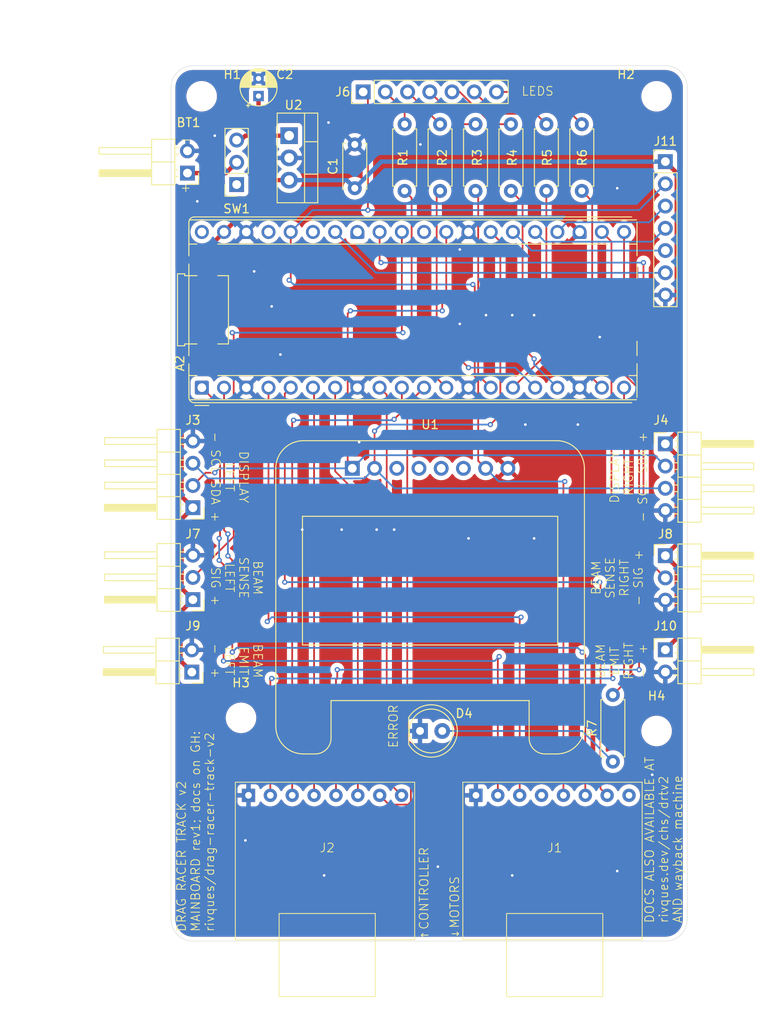
<source format=kicad_pcb>
(kicad_pcb (version 20240108) (generator "pcbnew") (generator_version "8.0")
  (layers (0 "F.Cu" signal) (31 "B.Cu" signal) (34 "B.Paste" user) (35 "F.Paste" user) (36 "B.SilkS" user "B.Silkscreen") (37 "F.SilkS" user "F.Silkscreen") (38 "B.Mask" user) (39 "F.Mask" user) (44 "Edge.Cuts" user))
  (net 0 "")
  (net 2 "GND")
  (net 3 "/LED2R")
  (net 4 "5V")
  (net 5 "/LED1R")
  (net 6 "/RBEAM_SIG")
  (net 7 "/CTRL_DISCRIM")
  (net 8 "/GPIO28_ADC2")
  (net 9 "/GPIO20")
  (net 10 "/CTRL_ARM")
  (net 11 "/SDA")
  (net 12 "/ERROR_LED")
  (net 13 "/CTRL_LEDARM")
  (net 14 "/LED2G")
  (net 16 "/SCL")
  (net 17 "/CTRL_RESET")
  (net 18 "/LBEAM_SIG")
  (net 20 "/CTRL_RACE")
  (net 21 "/LED3R")
  (net 22 "/MTR_DISCRIM")
  (net 23 "+3V3")
  (net 24 "/MTR_PRES")
  (net 25 "/MTR_TX")
  (net 26 "/CTRL_LEDRACE")
  (net 28 "/LED1G")
  (net 29 "/GPIO18")
  (net 31 "/LED3G")
  (net 32 "/GPIO19")
  (net 33 "/MTR_RX")
  (net 34 "/CTRL_PRES")
  (net 35 "/PRESWITCH")
  (net 36 "/VBAT")
  (net 37 "Net-(D4-A)")
  (net 40 "Net-(J6-Pin_6)")
  (net 41 "Net-(J6-Pin_5)")
  (net 42 "Net-(J6-Pin_7)")
  (net 43 "Net-(J6-Pin_4)")
  (net 44 "Net-(J6-Pin_2)")
  (net 45 "Net-(J6-Pin_3)")
  (footprint "MountingHole:MountingHole_3mm" (layer "F.Cu") (at 189.5 123)
    (property "Reference" "H4" (at 0 -4 0) (layer "F.SilkS"))
    (property "Value" "MountingHole")
    (pad "" np_thru_hole circle (at 0 0) (size 3 3) (drill 3) (layers "*.Cu" "*.Mask"))
  )
  (footprint "Capacitor_THT:C_Disc_D5.0mm_W2.5mm_P5.00mm" (layer "F.Cu") (at 155 61 90)
    (property "Reference" "C1" (at 2.5 -2.5 90) (layer "F.SilkS"))
    (property "Value" "0.1")
    (pad "1" thru_hole circle (at 0 0 90) (size 1.6 1.6) (drill 0.8) (layers "*.Cu" "*.Mask") (net 4 "5V"))
    (pad "2" thru_hole circle (at 5 0 90) (size 1.6 1.6) (drill 0.8) (layers "*.Cu" "*.Mask") (net 2 "GND"))
  )
  (footprint "Module:RaspberryPi_Pico_Common_THT" (layer "F.Cu") (at 137.52 83.78 90)
    (property "Reference" "A2" (at 1.78 -2.52 90) (layer "F.SilkS") (effects (justify left)))
    (property "Value" "RaspberryPi_Pico")
    (pad "1" thru_hole roundrect (at 0 0 90) (size 1.6 1.6) (drill 1) (layers "*.Cu" "*.Mask") (roundrect_rratio 0.125) (net 25 "/MTR_TX"))
    (pad "2" thru_hole circle (at 0 2.54 90) (size 1.6 1.6) (drill 1) (layers "*.Cu" "*.Mask") (net 33 "/MTR_RX"))
    (pad "3" thru_hole custom (at 0 5.08 90) (size 1.6 1.6) (drill 1) (layers "*.Cu" "*.Mask") (net 2 "GND") (options (clearance outline) (anchor circle)) (primitives (gr_poly (pts (xy 0.8 0.6) (xy 0.8 -0.6) (xy 0.6 -0.8) (xy 0 -0.8) (xy 0 0.8) (xy 0.6 0.8)) (width 0) (fill yes)) (gr_circle (center 0.6 0.6) (end 0.8 0.6) (width 0) (fill yes)) (gr_circle (center 0.6 -0.6) (end 0.8 -0.6) (width 0) (fill yes))))
    (pad "4" thru_hole circle (at 0 7.62 90) (size 1.6 1.6) (drill 1) (layers "*.Cu" "*.Mask") (net 22 "/MTR_DISCRIM"))
    (pad "5" thru_hole circle (at 0 10.16 90) (size 1.6 1.6) (drill 1) (layers "*.Cu" "*.Mask") (net 24 "/MTR_PRES"))
    (pad "6" thru_hole circle (at 0 12.7 90) (size 1.6 1.6) (drill 1) (layers "*.Cu" "*.Mask") (net 17 "/CTRL_RESET"))
    (pad "7" thru_hole circle (at 0 15.24 90) (size 1.6 1.6) (drill 1) (layers "*.Cu" "*.Mask") (net 10 "/CTRL_ARM"))
    (pad "8" thru_hole custom (at 0 17.78 90) (size 1.6 1.6) (drill 1) (layers "*.Cu" "*.Mask") (net 2 "GND") (options (clearance outline) (anchor circle)) (primitives (gr_poly (pts (xy 0.8 0.6) (xy 0.8 -0.6) (xy 0.6 -0.8) (xy 0 -0.8) (xy 0 0.8) (xy 0.6 0.8)) (width 0) (fill yes)) (gr_circle (center 0.6 0.6) (end 0.8 0.6) (width 0) (fill yes)) (gr_circle (center 0.6 -0.6) (end 0.8 -0.6) (width 0) (fill yes))))
    (pad "9" thru_hole circle (at 0 20.32 90) (size 1.6 1.6) (drill 1) (layers "*.Cu" "*.Mask") (net 20 "/CTRL_RACE"))
    (pad "10" thru_hole circle (at 0 22.86 90) (size 1.6 1.6) (drill 1) (layers "*.Cu" "*.Mask") (net 7 "/CTRL_DISCRIM"))
    (pad "11" thru_hole circle (at 0 25.4 90) (size 1.6 1.6) (drill 1) (layers "*.Cu" "*.Mask") (net 34 "/CTRL_PRES"))
    (pad "12" thru_hole circle (at 0 27.94 90) (size 1.6 1.6) (drill 1) (layers "*.Cu" "*.Mask") (net 5 "/LED1R"))
    (pad "13" thru_hole custom (at 0 30.48 90) (size 1.6 1.6) (drill 1) (layers "*.Cu" "*.Mask") (net 2 "GND") (options (clearance outline) (anchor circle)) (primitives (gr_poly (pts (xy 0.8 0.6) (xy 0.8 -0.6) (xy 0.6 -0.8) (xy 0 -0.8) (xy 0 0.8) (xy 0.6 0.8)) (width 0) (fill yes)) (gr_circle (center 0.6 0.6) (end 0.8 0.6) (width 0) (fill yes)) (gr_circle (center 0.6 -0.6) (end 0.8 -0.6) (width 0) (fill yes))))
    (pad "14" thru_hole circle (at 0 33.02 90) (size 1.6 1.6) (drill 1) (layers "*.Cu" "*.Mask") (net 3 "/LED2R"))
    (pad "15" thru_hole circle (at 0 35.56 90) (size 1.6 1.6) (drill 1) (layers "*.Cu" "*.Mask") (net 21 "/LED3R"))
    (pad "16" thru_hole circle (at 0 38.1 90) (size 1.6 1.6) (drill 1) (layers "*.Cu" "*.Mask") (net 28 "/LED1G"))
    (pad "17" thru_hole circle (at 0 40.64 90) (size 1.6 1.6) (drill 1) (layers "*.Cu" "*.Mask") (net 14 "/LED2G"))
    (pad "18" thru_hole custom (at 0 43.18 90) (size 1.6 1.6) (drill 1) (layers "*.Cu" "*.Mask") (net 2 "GND") (options (clearance outline) (anchor circle)) (primitives (gr_poly (pts (xy 0.8 0.6) (xy 0.8 -0.6) (xy 0.6 -0.8) (xy 0 -0.8) (xy 0 0.8) (xy 0.6 0.8)) (width 0) (fill yes)) (gr_circle (center 0.6 0.6) (end 0.8 0.6) (width 0) (fill yes)) (gr_circle (center 0.6 -0.6) (end 0.8 -0.6) (width 0) (fill yes))))
    (pad "19" thru_hole circle (at 0 45.72 90) (size 1.6 1.6) (drill 1) (layers "*.Cu" "*.Mask") (net 31 "/LED3G"))
    (pad "20" thru_hole circle (at 0 48.26 90) (size 1.6 1.6) (drill 1) (layers "*.Cu" "*.Mask") (net 12 "/ERROR_LED"))
    (pad "21" thru_hole circle (at 17.78 48.26 90) (size 1.6 1.6) (drill 1) (layers "*.Cu" "*.Mask") (net 13 "/CTRL_LEDARM"))
    (pad "22" thru_hole circle (at 17.78 45.72 90) (size 1.6 1.6) (drill 1) (layers "*.Cu" "*.Mask") (net 26 "/CTRL_LEDRACE"))
    (pad "23" thru_hole custom (at 17.78 43.18 90) (size 1.6 1.6) (drill 1) (layers "*.Cu" "*.Mask") (net 2 "GND") (options (clearance outline) (anchor circle)) (primitives (gr_poly (pts (xy -0.8 0.6) (xy -0.8 -0.6) (xy -0.6 -0.8) (xy 0 -0.8) (xy 0 0.8) (xy -0.6 0.8)) (width 0) (fill yes)) (gr_circle (center -0.6 0.6) (end -0.4 0.6) (width 0) (fill yes)) (gr_circle (center -0.6 -0.6) (end -0.4 -0.6) (width 0) (fill yes))))
    (pad "24" thru_hole circle (at 17.78 40.64 90) (size 1.6 1.6) (drill 1) (layers "*.Cu" "*.Mask") (net 29 "/GPIO18"))
    (pad "25" thru_hole circle (at 17.78 38.1 90) (size 1.6 1.6) (drill 1) (layers "*.Cu" "*.Mask") (net 32 "/GPIO19"))
    (pad "26" thru_hole circle (at 17.78 35.56 90) (size 1.6 1.6) (drill 1) (layers "*.Cu" "*.Mask") (net 9 "/GPIO20"))
    (pad "27" thru_hole circle (at 17.78 33.02 90) (size 1.6 1.6) (drill 1) (layers "*.Cu" "*.Mask") (net 16 "/SCL"))
    (pad "28" thru_hole custom (at 17.78 30.48 90) (size 1.6 1.6) (drill 1) (layers "*.Cu" "*.Mask") (net 2 "GND") (options (clearance outline) (anchor circle)) (primitives (gr_poly (pts (xy -0.8 0.6) (xy -0.8 -0.6) (xy -0.6 -0.8) (xy 0 -0.8) (xy 0 0.8) (xy -0.6 0.8)) (width 0) (fill yes)) (gr_circle (center -0.6 0.6) (end -0.4 0.6) (width 0) (fill yes)) (gr_circle (center -0.6 -0.6) (end -0.4 -0.6) (width 0) (fill yes))))
    (pad "29" thru_hole circle (at 17.78 27.94 90) (size 1.6 1.6) (drill 1) (layers "*.Cu" "*.Mask") (net 11 "/SDA"))
    (pad "30" thru_hole circle (at 17.78 25.4 90) (size 1.6 1.6) (drill 1) (layers "*.Cu" "*.Mask"))
    (pad "31" thru_hole circle (at 17.78 22.86 90) (size 1.6 1.6) (drill 1) (layers "*.Cu" "*.Mask") (net 18 "/LBEAM_SIG"))
    (pad "32" thru_hole circle (at 17.78 20.32 90) (size 1.6 1.6) (drill 1) (layers "*.Cu" "*.Mask") (net 6 "/RBEAM_SIG"))
    (pad "33" thru_hole custom (at 17.78 17.78 90) (size 1.6 1.6) (drill 1) (layers "*.Cu" "*.Mask") (options (clearance outline) (anchor circle)) (primitives (gr_poly (pts (xy -0.8 0.6) (xy -0.8 -0.6) (xy -0.6 -0.8) (xy 0 -0.8) (xy 0 0.8) (xy -0.6 0.8)) (width 0) (fill yes)) (gr_circle (center -0.6 0.6) (end -0.4 0.6) (width 0) (fill yes)) (gr_circle (center -0.6 -0.6) (end -0.4 -0.6) (width 0) (fill yes))))
    (pad "34" thru_hole circle (at 17.78 15.24 90) (size 1.6 1.6) (drill 1) (layers "*.Cu" "*.Mask") (net 8 "/GPIO28_ADC2"))
    (pad "35" thru_hole circle (at 17.78 12.7 90) (size 1.6 1.6) (drill 1) (layers "*.Cu" "*.Mask"))
    (pad "36" thru_hole circle (at 17.78 10.16 90) (size 1.6 1.6) (drill 1) (layers "*.Cu" "*.Mask") (net 23 "+3V3"))
    (pad "37" thru_hole circle (at 17.78 7.62 90) (size 1.6 1.6) (drill 1) (layers "*.Cu" "*.Mask"))
    (pad "38" thru_hole custom (at 17.78 5.08 90) (size 1.6 1.6) (drill 1) (layers "*.Cu" "*.Mask") (net 2 "GND") (options (clearance outline) (anchor circle)) (primitives (gr_poly (pts (xy -0.8 0.6) (xy -0.8 -0.6) (xy -0.6 -0.8) (xy 0 -0.8) (xy 0 0.8) (xy -0.6 0.8)) (width 0) (fill yes)) (gr_circle (center -0.6 0.6) (end -0.4 0.6) (width 0) (fill yes)) (gr_circle (center -0.6 -0.6) (end -0.4 -0.6) (width 0) (fill yes))))
    (pad "39" thru_hole circle (at 17.78 2.54 90) (size 1.6 1.6) (drill 1) (layers "*.Cu" "*.Mask") (net 4 "5V"))
    (pad "40" thru_hole circle (at 17.78 0 90) (size 1.6 1.6) (drill 1) (layers "*.Cu" "*.Mask"))
  )
  (footprint "Resistor_THT:R_Axial_DIN0207_L6.3mm_D2.5mm_P7.62mm_Horizontal" (layer "F.Cu") (at 180.95 61.31 90)
    (property "Reference" "R6" (at 3.81 0.05 90) (layer "F.SilkS"))
    (property "Value" "220")
    (pad "1" thru_hole circle (at 0 0 90) (size 1.6 1.6) (drill 0.8) (layers "*.Cu" "*.Mask") (net 31 "/LED3G"))
    (pad "2" thru_hole oval (at 7.62 0 90) (size 1.6 1.6) (drill 0.8) (layers "*.Cu" "*.Mask") (net 42 "Net-(J6-Pin_7)"))
  )
  (footprint "Connector_PinSocket_2.54mm:PinSocket_1x03_P2.54mm_Vertical" (layer "F.Cu") (at 141.5 60.58 180)
    (property "Reference" "SW1" (at 0 -2.77 0) (layer "F.SilkS"))
    (property "Value" "POWER")
    (pad "1" thru_hole rect (at 0 0 180) (size 1.7 1.7) (drill 1) (layers "*.Cu" "*.Mask"))
    (pad "2" thru_hole oval (at 0 2.54 180) (size 1.7 1.7) (drill 1) (layers "*.Cu" "*.Mask") (net 35 "/PRESWITCH"))
    (pad "3" thru_hole oval (at 0 5.08 180) (size 1.7 1.7) (drill 1) (layers "*.Cu" "*.Mask") (net 36 "/VBAT"))
  )
  (footprint "LED_THT:LED_D5.0mm" (layer "F.Cu") (at 162.46 123)
    (property "Reference" "D4" (at 5.04 -2 0) (layer "F.SilkS"))
    (property "Value" "ERROR_LED")
    (pad "1" thru_hole rect (at 0 0) (size 1.8 1.8) (drill 0.9) (layers "*.Cu" "*.Mask") (net 2 "GND"))
    (pad "2" thru_hole circle (at 2.54 0) (size 1.8 1.8) (drill 0.9) (layers "*.Cu" "*.Mask") (net 37 "Net-(D4-A)"))
  )
  (footprint "Resistor_THT:R_Axial_DIN0207_L6.3mm_D2.5mm_P7.62mm_Horizontal" (layer "F.Cu") (at 172.85 61.31 90)
    (property "Reference" "R4" (at 3.81 0.15 90) (layer "F.SilkS"))
    (property "Value" "220")
    (pad "1" thru_hole circle (at 0 0 90) (size 1.6 1.6) (drill 0.8) (layers "*.Cu" "*.Mask") (net 14 "/LED2G"))
    (pad "2" thru_hole oval (at 7.62 0 90) (size 1.6 1.6) (drill 0.8) (layers "*.Cu" "*.Mask") (net 41 "Net-(J6-Pin_5)"))
  )
  (footprint "MountingHole:MountingHole_3mm" (layer "F.Cu") (at 189.5 50.5)
    (property "Reference" "H2" (at -3.5 -2.5 0) (layer "F.SilkS"))
    (property "Value" "MountingHole")
    (pad "" np_thru_hole circle (at 0 0) (size 3 3) (drill 3) (layers "*.Cu" "*.Mask"))
  )
  (footprint "Connector_PinHeader_2.54mm:PinHeader_1x04_P2.54mm_Horizontal" (layer "F.Cu") (at 190.5 90.2)
    (property "Reference" "J4" (at -0.5 -2.7 0) (layer "F.SilkS"))
    (property "Value" "DISP_RIGHT")
    (pad "1" thru_hole rect (at 0 0) (size 1.7 1.7) (drill 1) (layers "*.Cu" "*.Mask") (net 4 "5V"))
    (pad "2" thru_hole oval (at 0 2.54) (size 1.7 1.7) (drill 1) (layers "*.Cu" "*.Mask") (net 11 "/SDA"))
    (pad "3" thru_hole oval (at 0 5.08) (size 1.7 1.7) (drill 1) (layers "*.Cu" "*.Mask") (net 16 "/SCL"))
    (pad "4" thru_hole oval (at 0 7.62) (size 1.7 1.7) (drill 1) (layers "*.Cu" "*.Mask") (net 2 "GND"))
  )
  (footprint "Display:Adafruit_SSD1306_No_Mounting_Holes" (layer "F.Cu") (at 154.72 93)
    (property "Reference" "U1" (at 8.89 -5 0) (layer "F.SilkS"))
    (property "Value" "OLED_128x64")
    (pad "1" thru_hole rect (at 0 0) (size 1.7 1.7) (drill 1) (layers "*.Cu" "*.Mask") (net 11 "/SDA"))
    (pad "2" thru_hole circle (at 2.54 0) (size 1.7 1.7) (drill 1) (layers "*.Cu" "*.Mask") (net 16 "/SCL"))
    (pad "3" thru_hole circle (at 5.08 0) (size 1.7 1.7) (drill 1) (layers "*.Cu" "*.Mask"))
    (pad "4" thru_hole circle (at 7.62 0) (size 1.7 1.7) (drill 1) (layers "*.Cu" "*.Mask"))
    (pad "5" thru_hole circle (at 10.16 0) (size 1.7 1.7) (drill 1) (layers "*.Cu" "*.Mask"))
    (pad "6" thru_hole circle (at 12.7 0) (size 1.7 1.7) (drill 1) (layers "*.Cu" "*.Mask"))
    (pad "7" thru_hole circle (at 15.24 0) (size 1.7 1.7) (drill 1) (layers "*.Cu" "*.Mask") (net 23 "+3V3"))
    (pad "8" thru_hole circle (at 17.78 0) (size 1.7 1.7) (drill 1) (layers "*.Cu" "*.Mask") (net 2 "GND"))
  )
  (footprint "Package_TO_SOT_THT:TO-220-3_Vertical" (layer "F.Cu") (at 147.5 55 -90)
    (property "Reference" "U2" (at -3.5 -0.5 180) (layer "F.SilkS"))
    (property "Value" "LM7805_TO220")
    (pad "1" thru_hole rect (at 0 0 270) (size 1.905 2) (drill 1.1) (layers "*.Cu" "*.Mask") (net 36 "/VBAT"))
    (pad "2" thru_hole oval (at 2.54 0 270) (size 1.905 2) (drill 1.1) (layers "*.Cu" "*.Mask") (net 2 "GND"))
    (pad "3" thru_hole oval (at 5.08 0 270) (size 1.905 2) (drill 1.1) (layers "*.Cu" "*.Mask") (net 4 "5V"))
  )
  (footprint "Connector_PinHeader_2.54mm:PinHeader_1x02_P2.54mm_Horizontal" (layer "F.Cu") (at 136.375 116.275 180)
    (property "Reference" "J9" (at -0.125 5.275 0) (layer "F.SilkS"))
    (property "Value" "BEAM_EMIT_LEFT")
    (pad "1" thru_hole rect (at 0 0 180) (size 1.7 1.7) (drill 1) (layers "*.Cu" "*.Mask") (net 4 "5V"))
    (pad "2" thru_hole oval (at 0 2.54 180) (size 1.7 1.7) (drill 1) (layers "*.Cu" "*.Mask") (net 2 "GND"))
  )
  (footprint "Resistor_THT:R_Axial_DIN0207_L6.3mm_D2.5mm_P7.62mm_Horizontal" (layer "F.Cu") (at 160.7 61.31 90)
    (property "Reference" "R1" (at 3.81 -0.2 90) (layer "F.SilkS"))
    (property "Value" "220")
    (pad "1" thru_hole circle (at 0 0 90) (size 1.6 1.6) (drill 0.8) (layers "*.Cu" "*.Mask") (net 5 "/LED1R"))
    (pad "2" thru_hole oval (at 7.62 0 90) (size 1.6 1.6) (drill 0.8) (layers "*.Cu" "*.Mask") (net 44 "Net-(J6-Pin_2)"))
  )
  (footprint "Connector_PinHeader_2.54mm:PinHeader_1x07_P2.54mm_Vertical" (layer "F.Cu") (at 190.5 57.96)
    (property "Reference" "J11" (at 0 -2.33 0) (layer "F.SilkS"))
    (property "Value" "UNUSED_PINS")
    (pad "1" thru_hole rect (at 0 0) (size 1.7 1.7) (drill 1) (layers "*.Cu" "*.Mask") (net 4 "5V"))
    (pad "2" thru_hole oval (at 0 2.54) (size 1.7 1.7) (drill 1) (layers "*.Cu" "*.Mask") (net 23 "+3V3"))
    (pad "3" thru_hole oval (at 0 5.08) (size 1.7 1.7) (drill 1) (layers "*.Cu" "*.Mask") (net 29 "/GPIO18"))
    (pad "4" thru_hole oval (at 0 7.62) (size 1.7 1.7) (drill 1) (layers "*.Cu" "*.Mask") (net 32 "/GPIO19"))
    (pad "5" thru_hole oval (at 0 10.16) (size 1.7 1.7) (drill 1) (layers "*.Cu" "*.Mask") (net 9 "/GPIO20"))
    (pad "6" thru_hole oval (at 0 12.7) (size 1.7 1.7) (drill 1) (layers "*.Cu" "*.Mask") (net 8 "/GPIO28_ADC2"))
    (pad "7" thru_hole oval (at 0 15.24) (size 1.7 1.7) (drill 1) (layers "*.Cu" "*.Mask") (net 2 "GND"))
  )
  (footprint "Connector_PinHeader_2.54mm:PinHeader_1x02_P2.54mm_Horizontal" (layer "F.Cu") (at 190.5 113.725)
    (property "Reference" "J10" (at 0 -2.725 0) (layer "F.SilkS"))
    (property "Value" "BEAM_EMIT_RIGHT")
    (pad "1" thru_hole rect (at 0 0) (size 1.7 1.7) (drill 1) (layers "*.Cu" "*.Mask") (net 4 "5V"))
    (pad "2" thru_hole oval (at 0 2.54) (size 1.7 1.7) (drill 1) (layers "*.Cu" "*.Mask") (net 2 "GND"))
  )
  (footprint "MountingHole:MountingHole_3mm" (layer "F.Cu") (at 137.5 50.5)
    (property "Reference" "H1" (at 3.5 -2.5 0) (layer "F.SilkS"))
    (property "Value" "MountingHole")
    (pad "" np_thru_hole circle (at 0 0) (size 3 3) (drill 3) (layers "*.Cu" "*.Mask"))
  )
  (footprint "Connector_PinHeader_2.54mm:PinHeader_1x02_P2.54mm_Horizontal" (layer "F.Cu") (at 135.875 59.275 180)
    (property "Reference" "BT1" (at -0.125 5.775 0) (layer "F.SilkS"))
    (property "Value" "5xAA")
    (pad "1" thru_hole rect (at 0 0 180) (size 1.7 1.7) (drill 1) (layers "*.Cu" "*.Mask") (net 35 "/PRESWITCH"))
    (pad "2" thru_hole oval (at 0 2.54 180) (size 1.7 1.7) (drill 1) (layers "*.Cu" "*.Mask") (net 2 "GND"))
  )
  (footprint "Resistor_THT:R_Axial_DIN0207_L6.3mm_D2.5mm_P7.62mm_Horizontal" (layer "F.Cu") (at 168.8 61.31 90)
    (property "Reference" "R3" (at 3.81 0.2 90) (layer "F.SilkS"))
    (property "Value" "220")
    (pad "1" thru_hole circle (at 0 0 90) (size 1.6 1.6) (drill 0.8) (layers "*.Cu" "*.Mask") (net 3 "/LED2R"))
    (pad "2" thru_hole oval (at 7.62 0 90) (size 1.6 1.6) (drill 0.8) (layers "*.Cu" "*.Mask") (net 43 "Net-(J6-Pin_4)"))
  )
  (footprint "Resistor_THT:R_Axial_DIN0207_L6.3mm_D2.5mm_P7.62mm_Horizontal" (layer "F.Cu") (at 164.75 61.31 90)
    (property "Reference" "R2" (at 3.81 0.25 90) (layer "F.SilkS"))
    (property "Value" "220")
    (pad "1" thru_hole circle (at 0 0 90) (size 1.6 1.6) (drill 0.8) (layers "*.Cu" "*.Mask") (net 28 "/LED1G"))
    (pad "2" thru_hole oval (at 7.62 0 90) (size 1.6 1.6) (drill 0.8) (layers "*.Cu" "*.Mask") (net 45 "Net-(J6-Pin_3)"))
  )
  (footprint "SparkFun_Connector:RJ45_Breakout_2.54mm" (layer "F.Cu") (at 167.35 128.85)
    (property "Reference" "J1" (at 10.5 7.5 0) (layer "F.SilkS") (effects (font (thickness 0.1))))
    (property "Value" "MOTOR_CONN")
    (pad "1" thru_hole rect (at 1.5 1.5) (size 1.524 1.524) (drill 0.762) (layers "*.Cu" "*.Mask") (net 2 "GND"))
    (pad "2" thru_hole circle (at 4 1.5) (size 1.524 1.524) (drill 0.762) (layers "*.Cu" "*.Mask") (net 25 "/MTR_TX"))
    (pad "3" thru_hole circle (at 6.5 1.5) (size 1.524 1.524) (drill 0.762) (layers "*.Cu" "*.Mask") (net 22 "/MTR_DISCRIM"))
    (pad "4" thru_hole circle (at 9 1.5) (size 1.524 1.524) (drill 0.762) (layers "*.Cu" "*.Mask"))
    (pad "5" thru_hole circle (at 11.5 1.5) (size 1.524 1.524) (drill 0.762) (layers "*.Cu" "*.Mask") (net 23 "+3V3"))
    (pad "6" thru_hole circle (at 14 1.5) (size 1.524 1.524) (drill 0.762) (layers "*.Cu" "*.Mask") (net 33 "/MTR_RX"))
    (pad "7" thru_hole circle (at 16.5 1.5) (size 1.524 1.524) (drill 0.762) (layers "*.Cu" "*.Mask") (net 24 "/MTR_PRES"))
    (pad "8" thru_hole circle (at 19 1.5) (size 1.524 1.524) (drill 0.762) (layers "*.Cu" "*.Mask"))
  )
  (footprint "Connector_PinHeader_2.54mm:PinHeader_1x07_P2.54mm_Vertical" (layer "F.Cu") (at 155.96 50 90)
    (property "Reference" "J6" (at 0 -2.33 180) (layer "F.SilkS"))
    (property "Value" "LED_Conn")
    (pad "1" thru_hole rect (at 0 0 90) (size 1.7 1.7) (drill 1) (layers "*.Cu" "*.Mask") (net 23 "+3V3"))
    (pad "2" thru_hole oval (at 0 2.54 90) (size 1.7 1.7) (drill 1) (layers "*.Cu" "*.Mask") (net 44 "Net-(J6-Pin_2)"))
    (pad "3" thru_hole oval (at 0 5.08 90) (size 1.7 1.7) (drill 1) (layers "*.Cu" "*.Mask") (net 45 "Net-(J6-Pin_3)"))
    (pad "4" thru_hole oval (at 0 7.62 90) (size 1.7 1.7) (drill 1) (layers "*.Cu" "*.Mask") (net 43 "Net-(J6-Pin_4)"))
    (pad "5" thru_hole oval (at 0 10.16 90) (size 1.7 1.7) (drill 1) (layers "*.Cu" "*.Mask") (net 41 "Net-(J6-Pin_5)"))
    (pad "6" thru_hole oval (at 0 12.7 90) (size 1.7 1.7) (drill 1) (layers "*.Cu" "*.Mask") (net 40 "Net-(J6-Pin_6)"))
    (pad "7" thru_hole oval (at 0 15.24 90) (size 1.7 1.7) (drill 1) (layers "*.Cu" "*.Mask") (net 42 "Net-(J6-Pin_7)"))
  )
  (footprint "Connector_PinHeader_2.54mm:PinHeader_1x03_P2.54mm_Horizontal" (layer "F.Cu") (at 136.5 108 180)
    (property "Reference" "J7" (at 0 7.5 0) (layer "F.SilkS"))
    (property "Value" "BEAM_SENSE_LEFT")
    (pad "1" thru_hole rect (at 0 0 180) (size 1.7 1.7) (drill 1) (layers "*.Cu" "*.Mask") (net 4 "5V"))
    (pad "2" thru_hole oval (at 0 2.54 180) (size 1.7 1.7) (drill 1) (layers "*.Cu" "*.Mask") (net 18 "/LBEAM_SIG"))
    (pad "3" thru_hole oval (at 0 5.08 180) (size 1.7 1.7) (drill 1) (layers "*.Cu" "*.Mask") (net 2 "GND"))
  )
  (footprint "Capacitor_THT:CP_Radial_D4.0mm_P2.00mm" (layer "F.Cu") (at 144 50.4726 90)
    (property "Reference" "C2" (at 2.4726 3 180) (layer "F.SilkS"))
    (property "Value" "0.22")
    (pad "1" thru_hole rect (at 0 0 90) (size 1.2 1.2) (drill 0.6) (layers "*.Cu" "*.Mask") (net 36 "/VBAT"))
    (pad "2" thru_hole circle (at 2 0 90) (size 1.2 1.2) (drill 0.6) (layers "*.Cu" "*.Mask") (net 2 "GND"))
  )
  (footprint "Connector_PinHeader_2.54mm:PinHeader_1x04_P2.54mm_Horizontal" (layer "F.Cu") (at 136.5 97.5 180)
    (property "Reference" "J3" (at 0 10 0) (layer "F.SilkS"))
    (property "Value" "DISP_LEFT")
    (pad "1" thru_hole rect (at 0 0 180) (size 1.7 1.7) (drill 1) (layers "*.Cu" "*.Mask") (net 4 "5V"))
    (pad "2" thru_hole oval (at 0 2.54 180) (size 1.7 1.7) (drill 1) (layers "*.Cu" "*.Mask") (net 11 "/SDA"))
    (pad "3" thru_hole oval (at 0 5.08 180) (size 1.7 1.7) (drill 1) (layers "*.Cu" "*.Mask") (net 16 "/SCL"))
    (pad "4" thru_hole oval (at 0 7.62 180) (size 1.7 1.7) (drill 1) (layers "*.Cu" "*.Mask") (net 2 "GND"))
  )
  (footprint "MountingHole:MountingHole_3mm" (layer "F.Cu") (at 142 121.5)
    (property "Reference" "H3" (at 0 -4 0) (layer "F.SilkS"))
    (property "Value" "MountingHole")
    (pad "" np_thru_hole circle (at 0 0) (size 3 3) (drill 3) (layers "*.Cu" "*.Mask"))
  )
  (footprint "Resistor_THT:R_Axial_DIN0207_L6.3mm_D2.5mm_P7.62mm_Horizontal" (layer "F.Cu") (at 184.5 126.5 90)
    (property "Reference" "R7" (at 3.81 -2.37 90) (layer "F.SilkS"))
    (property "Value" "220")
    (pad "1" thru_hole circle (at 0 0 90) (size 1.6 1.6) (drill 0.8) (layers "*.Cu" "*.Mask") (net 37 "Net-(D4-A)"))
    (pad "2" thru_hole oval (at 7.62 0 90) (size 1.6 1.6) (drill 0.8) (layers "*.Cu" "*.Mask") (net 12 "/ERROR_LED"))
  )
  (footprint "SparkFun_Connector:RJ45_Breakout_2.54mm" (layer "F.Cu") (at 141.35 128.85)
    (property "Reference" "J2" (at 10.5 7.5 0) (layer "F.SilkS") (effects (font (thickness 0.1))))
    (property "Value" "CTRLR_CONN")
    (pad "1" thru_hole rect (at 1.5 1.5) (size 1.524 1.524) (drill 0.762) (layers "*.Cu" "*.Mask") (net 2 "GND"))
    (pad "2" thru_hole circle (at 4 1.5) (size 1.524 1.524) (drill 0.762) (layers "*.Cu" "*.Mask") (net 26 "/CTRL_LEDRACE"))
    (pad "3" thru_hole circle (at 6.5 1.5) (size 1.524 1.524) (drill 0.762) (layers "*.Cu" "*.Mask") (net 7 "/CTRL_DISCRIM"))
    (pad "4" thru_hole circle (at 9 1.5) (size 1.524 1.524) (drill 0.762) (layers "*.Cu" "*.Mask") (net 17 "/CTRL_RESET"))
    (pad "5" thru_hole circle (at 11.5 1.5) (size 1.524 1.524) (drill 0.762) (layers "*.Cu" "*.Mask") (net 13 "/CTRL_LEDARM"))
    (pad "6" thru_hole circle (at 14 1.5) (size 1.524 1.524) (drill 0.762) (layers "*.Cu" "*.Mask") (net 10 "/CTRL_ARM"))
    (pad "7" thru_hole circle (at 16.5 1.5) (size 1.524 1.524) (drill 0.762) (layers "*.Cu" "*.Mask") (net 34 "/CTRL_PRES"))
    (pad "8" thru_hole circle (at 19 1.5) (size 1.524 1.524) (drill 0.762) (layers "*.Cu" "*.Mask") (net 20 "/CTRL_RACE"))
  )
  (footprint "Resistor_THT:R_Axial_DIN0207_L6.3mm_D2.5mm_P7.62mm_Horizontal" (layer "F.Cu") (at 176.9 61.31 90)
    (property "Reference" "R5" (at 3.81 0.1 90) (layer "F.SilkS"))
    (property "Value" "220")
    (pad "1" thru_hole circle (at 0 0 90) (size 1.6 1.6) (drill 0.8) (layers "*.Cu" "*.Mask") (net 21 "/LED3R"))
    (pad "2" thru_hole oval (at 7.62 0 90) (size 1.6 1.6) (drill 0.8) (layers "*.Cu" "*.Mask") (net 40 "Net-(J6-Pin_6)"))
  )
  (footprint "Connector_PinHeader_2.54mm:PinHeader_1x03_P2.54mm_Horizontal" (layer "F.Cu") (at 190.5 102.975)
    (property "Reference" "J8" (at 0 -2.475 0) (layer "F.SilkS"))
    (property "Value" "BEAM_SENSE_RIGHT")
    (pad "1" thru_hole rect (at 0 0) (size 1.7 1.7) (drill 1) (layers "*.Cu" "*.Mask") (net 4 "5V"))
    (pad "2" thru_hole oval (at 0 2.54) (size 1.7 1.7) (drill 1) (layers "*.Cu" "*.Mask") (net 6 "/RBEAM_SIG"))
    (pad "3" thru_hole oval (at 0 5.08) (size 1.7 1.7) (drill 1) (layers "*.Cu" "*.Mask") (net 2 "GND"))
  )
  (gr_arc (start 134 49.5) (mid 134.732233 47.732233) (end 136.5 47) (stroke (width 0.05)) (layer "Edge.Cuts"))
  (gr_line (start 136.5 47) (end 190.5 47) (stroke (width 0.05)) (layer "Edge.Cuts"))
  (gr_arc (start 136.5 147) (mid 134.732233 146.267767) (end 134 144.5) (stroke (width 0.05)) (layer "Edge.Cuts"))
  (gr_line (start 193 49.5) (end 193 144.5) (stroke (width 0.05)) (layer "Edge.Cuts"))
  (gr_line (start 134 49.5) (end 134 144.5) (stroke (width 0.05)) (layer "Edge.Cuts"))
  (gr_line (start 136.5 147) (end 190.5 147) (stroke (width 0.05)) (layer "Edge.Cuts"))
  (gr_arc (start 193 144.5) (mid 192.267767 146.267767) (end 190.5 147) (stroke (width 0.05)) (layer "Edge.Cuts"))
  (gr_arc (start 190.5 47) (mid 192.267767 47.732233) (end 193 49.5) (stroke (width 0.05)) (layer "Edge.Cuts"))
  (gr_text "DISPLAY\nRIGHT\n- SCL SDA +" (at 188.5 94 90) (layer "F.SilkS") (effects (font (size 1 1) (thickness 0.1)) (justify bottom)))
  (gr_text "↑CONTROLLER" (at 163.5 147 90) (layer "F.SilkS") (effects (font (size 1 1) (thickness 0.1)) (justify left bottom)))
  (gr_text "LEDS" (at 174 50.5 0) (layer "F.SilkS") (effects (font (size 1 1) (thickness 0.1)) (justify left bottom)))
  (gr_text "↓MOTORS\n" (at 167 146.85 90) (layer "F.SilkS") (effects (font (size 1 1) (thickness 0.1)) (justify left bottom)))
  (gr_text "BEAM\nSENSE\nLEFT\n- SIG +" (at 138.5 105.5 270) (layer "F.SilkS") (effects (font (size 1 1) (thickness 0.1)) (justify bottom)))
  (gr_text "BEAM\nEMIT\nLEFT\n-  +" (at 138.5 115 270) (layer "F.SilkS") (effects (font (size 1 1) (thickness 0.1)) (justify bottom)))
  (gr_text "BEAM\nSENSE\nRIGHT\n- SIG +" (at 188 105.5 90) (layer "F.SilkS") (effects (font (size 1 1) (thickness 0.1)) (justify bottom)))
  (gr_text "ERROR" (at 160 125 90) (layer "F.SilkS") (effects (font (size 1 1) (thickness 0.1)) (justify left bottom)))
  (gr_text "+" (at 135 61.5 0) (layer "F.SilkS") (effects (font (size 1 1) (thickness 0.1)) (justify left bottom)))
  (gr_text "DISPLAY\nLEFT\n- SCL SDA +" (at 138.5 94 270) (layer "F.SilkS") (effects (font (size 1 1) (thickness 0.1)) (justify bottom)))
  (gr_text "BEAM\nEMIT\nRIGHT\n-  +" (at 188.5 115 90) (layer "F.SilkS") (effects (font (size 1 1) (thickness 0.1)) (justify bottom)))
  (gr_text "-" (at 135 56 0) (layer "F.SilkS") (effects (font (size 1 1) (thickness 0.1)) (justify left bottom)))
  (gr_text "DOCS ALSO AVAILABLE AT\nrivques.dev/chs/drtv2\nAND wayback machine" (at 192.5 145 90) (layer "F.SilkS") (effects (font (size 1 1) (thickness 0.1)) (justify left bottom)))
  (gr_text "DRAG RACER TRACK v2\nMAINBOARD rev1; docs on GH:\nrivques/drag-racer-track-v2" (at 139 146 90) (layer "F.SilkS") (effects (font (size 1 1) (thickness 0.1)) (justify left bottom)))
  (via (at 151.5 139.5) (size 0.6) (drill 0.3) (layers "F.Cu" "B.Cu") (net 2))
  (via (at 153.5 100) (size 0.6) (drill 0.3) (layers "F.Cu" "B.Cu") (net 2))
  (via (at 189 128) (size 0.6) (drill 0.3) (layers "F.Cu" "B.Cu") (net 2))
  (via (at 162.5 56) (size 0.6) (drill 0.3) (layers "F.Cu" "B.Cu") (net 2))
  (via (at 142.5 135.5) (size 0.6) (drill 0.3) (layers "F.Cu" "B.Cu") (net 2))
  (via (at 149 100) (size 0.6) (drill 0.3) (layers "F.Cu" "B.Cu") (net 2))
  (via (at 155.5 90) (size 0.6) (drill 0.3) (layers "F.Cu" "B.Cu") (net 2))
  (via (at 145.5 74.5) (size 0.6) (drill 0.3) (layers "F.Cu" "B.Cu") (net 2))
  (via (at 175.5 101) (size 0.6) (drill 0.3) (layers "F.Cu" "B.Cu") (net 2))
  (via (at 159.5 100) (size 0.6) (drill 0.3) (layers "F.Cu" "B.Cu") (net 2))
  (via (at 143.5 70.5) (size 0.6) (drill 0.3) (layers "F.Cu" "B.Cu") (net 2))
  (via (at 139 55) (size 0.6) (drill 0.3) (layers "F.Cu" "B.Cu") (net 2))
  (via (at 137 62.5) (size 0.6) (drill 0.3) (layers "F.Cu" "B.Cu") (net 2))
  (via (at 180.5 88) (size 0.6) (drill 0.3) (layers "F.Cu" "B.Cu") (net 2))
  (via (at 168 101) (size 0.6) (drill 0.3) (layers "F.Cu" "B.Cu") (net 2))
  (via (at 146.5 80) (size 0.6) (drill 0.3) (layers "F.Cu" "B.Cu") (net 2))
  (via (at 157.5 100) (size 0.6) (drill 0.3) (layers "F.Cu" "B.Cu") (net 2))
  (via (at 167 76.5) (size 0.6) (drill 0.3) (layers "F.Cu" "B.Cu") (net 2))
  (via (at 185 139) (size 0.6) (drill 0.3) (layers "F.Cu" "B.Cu") (net 2))
  (via (at 183 78) (size 0.6) (drill 0.3) (layers "F.Cu" "B.Cu") (net 2))
  (via (at 175.5 75.5) (size 0.6) (drill 0.3) (layers "F.Cu" "B.Cu") (net 2))
  (via (at 185 61) (size 0.6) (drill 0.3) (layers "F.Cu" "B.Cu") (net 2))
  (via (at 170 75.5) (size 0.6) (drill 0.3) (layers "F.Cu" "B.Cu") (net 2))
  (via (at 173 75.5) (size 0.6) (drill 0.3) (layers "F.Cu" "B.Cu") (net 2))
  (via (at 164.5 138.5) (size 0.6) (drill 0.3) (layers "F.Cu" "B.Cu") (net 2))
  (via (at 167 68) (size 0.6) (drill 0.3) (layers "F.Cu" "B.Cu") (net 2))
  (via (at 173 139.5) (size 0.6) (drill 0.3) (layers "F.Cu" "B.Cu") (net 2))
  (via (at 174.5 88) (size 0.6) (drill 0.3) (layers "F.Cu" "B.Cu") (net 2))
  (via (at 152 53.5) (size 0.6) (drill 0.3) (layers "F.Cu" "B.Cu") (net 2))
  (segment (start 169.110031 61.620031) (end 169.110031 82.350031) (width 0.2) (layer "F.Cu") (net 3))
  (segment (start 168.8 61.31) (end 169.110031 61.620031) (width 0.2) (layer "F.Cu") (net 3))
  (segment (start 169.110031 82.350031) (end 170.54 83.78) (width 0.2) (layer "F.Cu") (net 3))
  (segment (start 140.06 66) (end 145.98 60.08) (width 0.5) (layer "F.Cu") (net 4))
  (segment (start 191.8 104.275) (end 190.5 102.975) (width 0.5) (layer "F.Cu") (net 4))
  (segment (start 135.2 98.8) (end 136.5 97.5) (width 0.5) (layer "F.Cu") (net 4))
  (segment (start 136.5 108) (end 135.2 106.7) (width 0.5) (layer "F.Cu") (net 4))
  (segment (start 191.8 88.9) (end 191.8 59.26) (width 0.5) (layer "F.Cu") (net 4))
  (segment (start 191.8 112.425) (end 191.8 104.275) (width 0.5) (layer "F.Cu") (net 4))
  (segment (start 135.2 96.2) (end 135.2 70.86) (width 0.5) (layer "F.Cu") (net 4))
  (segment (start 135.075 109.425) (end 136.5 108) (width 0.5) (layer "F.Cu") (net 4))
  (segment (start 190.5 102.975) (end 191.8 101.675) (width 0.5) (layer "F.Cu") (net 4))
  (segment (start 135.2 70.86) (end 140.06 66) (width 0.5) (layer "F.Cu") (net 4))
  (segment (start 190.5 113.725) (end 191.8 112.425) (width 0.5) (layer "F.Cu") (net 4))
  (segment (start 145.98 60.08) (end 147.5 60.08) (width 0.5) (layer "F.Cu") (net 4))
  (segment (start 191.8 91.5) (end 190.5 90.2) (width 0.5) (layer "F.Cu") (net 4))
  (segment (start 136.375 116.275) (end 135.075 114.975) (width 0.5) (layer "F.Cu") (net 4))
  (segment (start 191.8 101.675) (end 191.8 91.5) (width 0.5) (layer "F.Cu") (net 4))
  (segment (start 136.5 97.5) (end 135.2 96.2) (width 0.5) (layer "F.Cu") (net 4))
  (segment (start 191.8 59.26) (end 190.5 57.96) (width 0.5) (layer "F.Cu") (net 4))
  (segment (start 190.5 90.2) (end 191.8 88.9) (width 0.5) (layer "F.Cu") (net 4))
  (segment (start 135.075 114.975) (end 135.075 109.425) (width 0.5) (layer "F.Cu") (net 4))
  (segment (start 135.2 106.7) (end 135.2 98.8) (width 0.5) (layer "F.Cu") (net 4))
  (segment (start 154.08 60.08) (end 155 61) (width 0.5) (layer "B.Cu") (net 4))
  (segment (start 147.5 60.08) (end 154.08 60.08) (width 0.5) (layer "B.Cu") (net 4))
  (segment (start 158.04 57.96) (end 190.5 57.96) (width 0.5) (layer "B.Cu") (net 4))
  (segment (start 155 61) (end 158.04 57.96) (width 0.5) (layer "B.Cu") (net 4))
  (segment (start 161.499999 62.109999) (end 161.499999 79.819999) (width 0.2) (layer "F.Cu") (net 5))
  (segment (start 161.499999 79.819999) (end 165.46 83.78) (width 0.2) (layer "F.Cu") (net 5))
  (segment (start 160.7 61.31) (end 161.499999 62.109999) (width 0.2) (layer "F.Cu") (net 5))
  (segment (start 190.5 105.515) (end 188 103.015) (width 0.2) (layer "F.Cu") (net 6))
  (segment (start 188 103.015) (end 188 69.5) (width 0.2) (layer "F.Cu") (net 6))
  (segment (start 157.84 66) (end 157.84 69.34) (width 0.2) (layer "F.Cu") (net 6))
  (segment (start 157.84 69.34) (end 158 69.5) (width 0.2) (layer "F.Cu") (net 6))
  (via (at 188 69.5) (size 0.6) (drill 0.3) (layers "F.Cu" "B.Cu") (net 6))
  (via (at 158 69.5) (size 0.6) (drill 0.3) (layers "F.Cu" "B.Cu") (net 6))
  (segment (start 188 69.5) (end 158 69.5) (width 0.2) (layer "B.Cu") (net 6))
  (segment (start 159.5 87.4) (end 160.38 86.52) (width 0.2) (layer "F.Cu") (net 7))
  (segment (start 147.85 87.65) (end 148 87.5) (width 0.2) (layer "F.Cu") (net 7))
  (segment (start 160.38 86.52) (end 160.38 83.78) (width 0.2) (layer "F.Cu") (net 7))
  (segment (start 147.85 130.35) (end 147.85 87.65) (width 0.2) (layer "F.Cu") (net 7))
  (via (at 148 87.5) (size 0.6) (drill 0.3) (layers "F.Cu" "B.Cu") (net 7))
  (via (at 159.5 87.4) (size 0.6) (drill 0.3) (layers "F.Cu" "B.Cu") (net 7))
  (segment (start 148 87.5) (end 159.4 87.5) (width 0.2) (layer "B.Cu") (net 7))
  (segment (start 159.4 87.5) (end 159.5 87.4) (width 0.2) (layer "B.Cu") (net 7))
  (segment (start 152.76 66) (end 157.42 70.66) (width 0.2) (layer "B.Cu") (net 8))
  (segment (start 157.42 70.66) (end 190.5 70.66) (width 0.2) (layer "B.Cu") (net 8))
  (segment (start 175.2 68.12) (end 173.08 66) (width 0.2) (layer "B.Cu") (net 9))
  (segment (start 190.5 68.12) (end 175.2 68.12) (width 0.2) (layer "B.Cu") (net 9))
  (segment (start 155.35 95.93) (end 152.76 93.34) (width 0.2) (layer "F.Cu") (net 10))
  (segment (start 155.35 130.35) (end 155.35 95.93) (width 0.2) (layer "F.Cu") (net 10))
  (segment (start 152.76 93.34) (end 152.76 83.78) (width 0.2) (layer "F.Cu") (net 10))
  (segment (start 165 75) (end 165 73.5) (width 0.2) (layer "F.Cu") (net 11))
  (segment (start 165.46 73.04) (end 165.46 66) (width 0.2) (layer "F.Cu") (net 11))
  (segment (start 137.96 93.5) (end 136.5 94.96) (width 0.2) (layer "F.Cu") (net 11))
  (segment (start 139 93.5) (end 137.96 93.5) (width 0.2) (layer "F.Cu") (net 11))
  (segment (start 154.189969 92.469969) (end 154.189969 75.310031) (width 0.2) (layer "F.Cu") (net 11))
  (segment (start 165 73.5) (end 165.46 73.04) (width 0.2) (layer "F.Cu") (net 11))
  (segment (start 154.189969 75.310031) (end 154.5 75) (width 0.2) (layer "F.Cu") (net 11))
  (segment (start 154.72 93) (end 154.189969 92.469969) (width 0.2) (layer "F.Cu") (net 11))
  (via (at 165 75) (size 0.6) (drill 0.3) (layers "F.Cu" "B.Cu") (net 11))
  (via (at 154.5 75) (size 0.6) (drill 0.3) (layers "F.Cu" "B.Cu") (net 11))
  (via (at 139 93.5) (size 0.6) (drill 0.3) (layers "F.Cu" "B.Cu") (net 11))
  (segment (start 154.5 75) (end 165 75) (width 0.2) (layer "B.Cu") (net 11))
  (segment (start 189.26 91.5) (end 156.22 91.5) (width 0.2) (layer "B.Cu") (net 11))
  (segment (start 139 93.5) (end 139.5 93) (width 0.2) (layer "B.Cu") (net 11))
  (segment (start 139.5 93) (end 154.72 93) (width 0.2) (layer "B.Cu") (net 11))
  (segment (start 156.22 91.5) (end 154.72 93) (width 0.2) (layer "B.Cu") (net 11))
  (segment (start 190.5 92.74) (end 189.26 91.5) (width 0.2) (layer "B.Cu") (net 11))
  (segment (start 185.78 83.78) (end 185.78 117.6) (width 0.2) (layer "F.Cu") (net 12))
  (segment (start 185.78 117.6) (end 184.5 118.88) (width 0.2) (layer "F.Cu") (net 12))
  (segment (start 152.85 117.15) (end 152.85 130.35) (width 0.2) (layer "F.Cu") (net 13))
  (segment (start 187.5 83.944365) (end 187.5 116) (width 0.2) (layer "F.Cu") (net 13))
  (segment (start 153 116) (end 153 117) (width 0.2) (layer "F.Cu") (net 13))
  (segment (start 153 117) (end 152.85 117.15) (width 0.2) (layer "F.Cu") (net 13))
  (segment (start 185.78 82.224365) (end 187.5 83.944365) (width 0.2) (layer "F.Cu") (net 13))
  (segment (start 185.78 66) (end 185.78 82.224365) (width 0.2) (layer "F.Cu") (net 13))
  (via (at 187.5 116) (size 0.6) (drill 0.3) (layers "F.Cu" "B.Cu") (net 13))
  (via (at 153 116) (size 0.6) (drill 0.3) (layers "F.Cu" "B.Cu") (net 13))
  (segment (start 187.5 116) (end 153 116) (width 0.2) (layer "B.Cu") (net 13))
  (segment (start 174.18 62.64) (end 174.18 79.18) (width 0.2) (layer "F.Cu") (net 14))
  (segment (start 172.85 61.31) (end 174.18 62.64) (width 0.2) (layer "F.Cu") (net 14))
  (segment (start 174.18 79.18) (end 175.5 80.5) (width 0.2) (layer "F.Cu") (net 14))
  (via (at 175.5 80.5) (size 0.6) (drill 0.3) (layers "F.Cu" "B.Cu") (net 14))
  (segment (start 175.5 81.12) (end 178.16 83.78) (width 0.2) (layer "B.Cu") (net 14))
  (segment (start 175.5 80.5) (end 175.5 81.12) (width 0.2) (layer "B.Cu") (net 14))
  (segment (start 170.5 88) (end 171.64 86.86) (width 0.2) (layer "F.Cu") (net 16))
  (segment (start 171.64 86.86) (end 171.64 67.1) (width 0.2) (layer "F.Cu") (net 16))
  (segment (start 171.64 67.1) (end 170.54 66) (width 0.2) (layer "F.Cu") (net 16))
  (segment (start 157.26 88.74) (end 157.26 93) (width 0.2) (layer "F.Cu") (net 16))
  (via (at 157.26 88.74) (size 0.6) (drill 0.3) (layers "F.Cu" "B.Cu") (net 16))
  (via (at 170.5 88) (size 0.6) (drill 0.3) (layers "F.Cu" "B.Cu") (net 16))
  (segment (start 159.54 95.28) (end 157.26 93) (width 0.2) (layer "B.Cu") (net 16))
  (segment (start 158 88) (end 170.5 88) (width 0.2) (layer "B.Cu") (net 16))
  (segment (start 157.26 88.74) (end 158 88) (width 0.2) (layer "B.Cu") (net 16))
  (segment (start 156.11 94.15) (end 157.26 93) (width 0.2) (layer "B.Cu") (net 16))
  (segment (start 138.23 94.15) (end 156.11 94.15) (width 0.2) (layer "B.Cu") (net 16))
  (segment (start 136.5 92.42) (end 138.23 94.15) (width 0.2) (layer "B.Cu") (net 16))
  (segment (start 190.5 95.28) (end 159.54 95.28) (width 0.2) (layer "B.Cu") (net 16))
  (segment (start 150.35 130.35) (end 150.35 83.91) (width 0.2) (layer "F.Cu") (net 17))
  (segment (start 150.35 83.91) (end 150.22 83.78) (width 0.2) (layer "F.Cu") (net 17))
  (segment (start 136.5 105.46) (end 141.16 100.8) (width 0.2) (layer "F.Cu") (net 18))
  (segment (start 160.5 77.5) (end 160.38 77.38) (width 0.2) (layer "F.Cu") (net 18))
  (segment (start 141.16 100.8) (end 141.16 77.66) (width 0.2) (layer "F.Cu") (net 18))
  (segment (start 160.38 77.38) (end 160.38 66) (width 0.2) (layer "F.Cu") (net 18))
  (segment (start 141.16 77.66) (end 141 77.5) (width 0.2) (layer "F.Cu") (net 18))
  (via (at 141 77.5) (size 0.6) (drill 0.3) (layers "F.Cu" "B.Cu") (net 18))
  (via (at 160.5 77.5) (size 0.6) (drill 0.3) (layers "F.Cu" "B.Cu") (net 18))
  (segment (start 141 77.5) (end 160.5 77.5) (width 0.2) (layer "B.Cu") (net 18))
  (segment (start 160.35 130.35) (end 158.65 128.65) (width 0.2) (layer "F.Cu") (net 20))
  (segment (start 158.65 128.65) (end 158.65 84.59) (width 0.2) (layer "F.Cu") (net 20))
  (segment (start 158.65 84.59) (end 157.84 83.78) (width 0.2) (layer "F.Cu") (net 20))
  (segment (start 176.9 79.96) (end 173.08 83.78) (width 0.2) (layer "F.Cu") (net 21))
  (segment (start 176.9 61.31) (end 176.9 79.96) (width 0.2) (layer "F.Cu") (net 21))
  (segment (start 173.85 130.35) (end 173.85 110.15) (width 0.2) (layer "F.Cu") (net 22))
  (segment (start 173.85 110.15) (end 174 110) (width 0.2) (layer "F.Cu") (net 22))
  (segment (start 145 110.5) (end 145.14 110.36) (width 0.2) (layer "F.Cu") (net 22))
  (segment (start 145.14 110.36) (end 145.14 83.78) (width 0.2) (layer "F.Cu") (net 22))
  (via (at 174 110) (size 0.6) (drill 0.3) (layers "F.Cu" "B.Cu") (net 22))
  (via (at 145 110.5) (size 0.6) (drill 0.3) (layers "F.Cu" "B.Cu") (net 22))
  (segment (start 174 110) (end 145.5 110) (width 0.2) (layer "B.Cu") (net 22))
  (segment (start 145.5 110) (end 145 110.5) (width 0.2) (layer "B.Cu") (net 22))
  (segment (start 155.96 50) (end 156.5 50.54) (width 0.2) (layer "F.Cu") (net 23))
  (segment (start 178.85 130.35) (end 178.85 94.65) (width 0.2) (layer "F.Cu") (net 23))
  (segment (start 156.5 50.54) (end 156.5 63.5) (width 0.2) (layer "F.Cu") (net 23))
  (segment (start 147.68 71.32) (end 147.68 66) (width 0.2) (layer "F.Cu") (net 23))
  (segment (start 147.5 71.5) (end 147.68 71.32) (width 0.2) (layer "F.Cu") (net 23))
  (segment (start 169.110031 82.915717) (end 168.710031 82.515717) (width 0.2) (layer "F.Cu") (net 23))
  (segment (start 169.96 93) (end 169.110031 92.150031) (width 0.2) (layer "F.Cu") (net 23))
  (segment (start 169.110031 92.150031) (end 169.110031 82.915717) (width 0.2) (layer "F.Cu") (net 23))
  (segment (start 178.85 94.65) (end 179 94.5) (width 0.2) (layer "F.Cu") (net 23))
  (segment (start 168.710031 72.210031) (end 168.5 72) (width 0.2) (layer "F.Cu") (net 23))
  (segment (start 168.710031 82.515717) (end 168.710031 72.210031) (width 0.2) (layer "F.Cu") (net 23))
  (via (at 156.5 63.5) (size 0.6) (drill 0.3) (layers "F.Cu" "B.Cu") (net 23))
  (via (at 168.5 72) (size 0.6) (drill 0.3) (layers "F.Cu" "B.Cu") (net 23))
  (via (at 147.5 71.5) (size 0.6) (drill 0.3) (layers "F.Cu" "B.Cu") (net 23))
  (via (at 179 94.5) (size 0.6) (drill 0.3) (layers "F.Cu" "B.Cu") (net 23))
  (segment (start 156.5 63.5) (end 150.18 63.5) (width 0.2) (layer "B.Cu") (net 23))
  (segment (start 156.5 50.54) (end 155.96 50) (width 0.2) (layer "B.Cu") (net 23))
  (segment (start 190.5 60.5) (end 187.5 63.5) (width 0.2) (layer "B.Cu") (net 23))
  (segment (start 148 72) (end 147.5 71.5) (width 0.2) (layer "B.Cu") (net 23))
  (segment (start 171.46 94.5) (end 169.96 93) (width 0.2) (layer "B.Cu") (net 23))
  (segment (start 179 94.5) (end 171.46 94.5) (width 0.2) (layer "B.Cu") (net 23))
  (segment (start 150.18 63.5) (end 147.68 66) (width 0.2) (layer "B.Cu") (net 23))
  (segment (start 168.5 72) (end 148 72) (width 0.2) (layer "B.Cu") (net 23))
  (segment (start 187.5 63.5) (end 156.5 63.5) (width 0.2) (layer "B.Cu") (net 23))
  (segment (start 183.088001 129.588001) (end 183.088001 106.088001) (width 0.2) (layer "F.Cu") (net 24))
  (segment (start 183.85 130.35) (end 183.088001 129.588001) (width 0.2) (layer "F.Cu") (net 24))
  (segment (start 183.088001 106.088001) (end 183 106) (width 0.2) (layer "F.Cu") (net 24))
  (segment (start 147 106) (end 147 84.46) (width 0.2) (layer "F.Cu") (net 24))
  (segment (start 147 84.46) (end 147.68 83.78) (width 0.2) (layer "F.Cu") (net 24))
  (via (at 147 106) (size 0.6) (drill 0.3) (layers "F.Cu" "B.Cu") (net 24))
  (via (at 183 106) (size 0.6) (drill 0.3) (layers "F.Cu" "B.Cu") (net 24))
  (segment (start 183 106) (end 147 106) (width 0.2) (layer "B.Cu") (net 24))
  (segment (start 140 104) (end 139.5 103.5) (width 0.2) (layer "F.Cu") (net 25))
  (segment (start 171.35 130.35) (end 171.35 114.65) (width 0.2) (layer "F.Cu") (net 25))
  (segment (start 139.5 101) (end 139.6 100.9) (width 0.2) (layer "F.Cu") (net 25))
  (segment (start 171.35 114.65) (end 171.5 114.5) (width 0.2) (layer "F.Cu") (net 25))
  (segment (start 140 115) (end 140 104) (width 0.2) (layer "F.Cu") (net 25))
  (segment (start 139.6 85.86) (end 137.52 83.78) (width 0.2) (layer "F.Cu") (net 25))
  (segment (start 139.6 100.9) (end 139.6 85.86) (width 0.2) (layer "F.Cu") (net 25))
  (via (at 140 115) (size 0.6) (drill 0.3) (layers "F.Cu" "B.Cu") (net 25))
  (via (at 171.5 114.5) (size 0.6) (drill 0.3) (layers "F.Cu" "B.Cu") (net 25))
  (via (at 139.5 101) (size 0.6) (drill 0.3) (layers "F.Cu" "B.Cu") (net 25))
  (via (at 139.5 103.5) (size 0.6) (drill 0.3) (layers "F.Cu" "B.Cu") (net 25))
  (segment (start 171 115) (end 140 115) (width 0.2) (layer "B.Cu") (net 25))
  (segment (start 139.5 103.5) (end 139.5 101) (width 0.2) (layer "B.Cu") (net 25))
  (segment (start 171.5 114.5) (end 171 115) (width 0.2) (layer "B.Cu") (net 25))
  (segment (start 184.34 67.1) (end 184.34 116.84) (width 0.2) (layer "F.Cu") (net 26))
  (segment (start 184.34 116.84) (end 184.5 117) (width 0.2) (layer "F.Cu") (net 26))
  (segment (start 145.35 117.15) (end 145.35 130.35) (width 0.2) (layer "F.Cu") (net 26))
  (segment (start 145.5 117) (end 145.35 117.15) (width 0.2) (layer "F.Cu") (net 26))
  (segment (start 183.24 66) (end 184.34 67.1) (width 0.2) (layer "F.Cu") (net 26))
  (via (at 184.5 117) (size 0.6) (drill 0.3) (layers "F.Cu" "B.Cu") (net 26))
  (via (at 145.5 117) (size 0.6) (drill 0.3) (layers "F.Cu" "B.Cu") (net 26))
  (segment (start 184.5 117) (end 145.5 117) (width 0.2) (layer "B.Cu") (net 26))
  (segment (start 164.75 61.31) (end 164.36 61.7) (width 0.2) (layer "F.Cu") (net 28))
  (segment (start 164.36 61.7) (end 164.36 77.86) (width 0.2) (layer "F.Cu") (net 28))
  (segment (start 164.36 77.86) (end 168 81.5) (width 0.2) (layer "F.Cu") (net 28))
  (via (at 168 81.5) (size 0.6) (drill 0.3) (layers "F.Cu" "B.Cu") (net 28))
  (segment (start 173.34 81.5) (end 175.62 83.78) (width 0.2) (layer "B.Cu") (net 28))
  (segment (start 168 81.5) (end 173.34 81.5) (width 0.2) (layer "B.Cu") (net 28))
  (segment (start 178.16 66) (end 179.270031 64.889969) (width 0.2) (layer "B.Cu") (net 29))
  (segment (start 179.270031 64.889969) (end 188.650031 64.889969) (width 0.2) (layer "B.Cu") (net 29))
  (segment (start 188.650031 64.889969) (end 190.5 63.04) (width 0.2) (layer "B.Cu") (net 29))
  (segment (start 182.14 82.68) (end 183.24 83.78) (width 0.2) (layer "F.Cu") (net 31))
  (segment (start 182.14 62.5) (end 182.14 82.68) (width 0.2) (layer "F.Cu") (net 31))
  (segment (start 180.95 61.31) (end 182.14 62.5) (width 0.2) (layer "F.Cu") (net 31))
  (segment (start 190.5 65.58) (end 188.969969 67.110031) (width 0.2) (layer "B.Cu") (net 32))
  (segment (start 176.730031 67.110031) (end 175.62 66) (width 0.2) (layer "B.Cu") (net 32))
  (segment (start 188.969969 67.110031) (end 176.730031 67.110031) (width 0.2) (layer "B.Cu") (net 32))
  (segment (start 141 103.5) (end 141 114) (width 0.2) (layer "F.Cu") (net 33))
  (segment (start 181.35 114.35) (end 181.35 130.35) (width 0.2) (layer "F.Cu") (net 33))
  (segment (start 140.06 83.78) (end 140.06 100.06) (width 0.2) (layer "F.Cu") (net 33))
  (segment (start 140.06 100.06) (end 140.5 100.5) (width 0.2) (layer "F.Cu") (net 33))
  (segment (start 140.5 103) (end 141 103.5) (width 0.2) (layer "F.Cu") (net 33))
  (segment (start 181 114) (end 181.35 114.35) (width 0.2) (layer "F.Cu") (net 33))
  (via (at 140.5 100.5) (size 0.6) (drill 0.3) (layers "F.Cu" "B.Cu") (net 33))
  (via (at 181 114) (size 0.6) (drill 0.3) (layers "F.Cu" "B.Cu") (net 33))
  (via (at 140.5 103) (size 0.6) (drill 0.3) (layers "F.Cu" "B.Cu") (net 33))
  (via (at 141 114) (size 0.6) (drill 0.3) (layers "F.Cu" "B.Cu") (net 33))
  (segment (start 140.5 100.5) (end 140.5 103) (width 0.2) (layer "B.Cu") (net 33))
  (segment (start 141.5 113.5) (end 180.5 113.5) (width 0.2) (layer "B.Cu") (net 33))
  (segment (start 180.5 113.5) (end 181 114) (width 0.2) (layer "B.Cu") (net 33))
  (segment (start 141 114) (end 141.5 113.5) (width 0.2) (layer "B.Cu") (net 33))
  (segment (start 161.412 131.088) (end 161.412 124.412) (width 0.2) (layer "F.Cu") (net 34))
  (segment (start 161.088 131.412) (end 161.412 131.088) (width 0.2) (layer "F.Cu") (net 34))
  (segment (start 157.85 130.35) (end 158.912 131.412) (width 0.2) (layer "F.Cu") (net 34))
  (segment (start 161 124) (end 161 85.7) (width 0.2) (layer "F.Cu") (net 34))
  (segment (start 158.912 131.412) (end 161.088 131.412) (width 0.2) (layer "F.Cu") (net 34))
  (segment (start 161.412 124.412) (end 161 124) (width 0.2) (layer "F.Cu") (net 34))
  (segment (start 161 85.7) (end 162.92 83.78) (width 0.2) (layer "F.Cu") (net 34))
  (segment (start 140.265 59.275) (end 141.5 58.04) (width 0.5) (layer "F.Cu") (net 35))
  (segment (start 135.875 59.275) (end 140.265 59.275) (width 0.5) (layer "F.Cu") (net 35))
  (segment (start 142.5 55) (end 144 55) (width 0.5) (layer "F.Cu") (net 36))
  (segment (start 142 55.5) (end 142.5 55) (width 0.5) (layer "F.Cu") (net 36))
  (segment (start 141.5 55.5) (end 142 55.5) (width 0.5) (layer "F.Cu") (net 36))
  (segment (start 144 55) (end 144 50.4726) (width 0.5) (layer "F.Cu") (net 36))
  (segment (start 144 55) (end 147.5 55) (width 0.5) (layer "F.Cu") (net 36))
  (segment (start 165 123) (end 181 123) (width 0.2) (layer "B.Cu") (net 37))
  (segment (start 181 123) (end 184.5 126.5) (width 0.2) (layer "B.Cu") (net 37))
  (segment (start 175.71 52.5) (end 176.9 53.69) (width 0.2) (layer "F.Cu") (net 40))
  (segment (start 168.66 50) (end 171.16 52.5) (width 0.2) (layer "F.Cu") (net 40))
  (segment (start 171.16 52.5) (end 175.71 52.5) (width 0.2) (layer "F.Cu") (net 40))
  (segment (start 167 50) (end 166.12 50) (width 0.2) (layer "F.Cu") (net 41))
  (segment (start 172.85 53.69) (end 170.69 53.69) (width 0.2) (layer "F.Cu") (net 41))
  (segment (start 170.69 53.69) (end 167 50) (width 0.2) (layer "F.Cu") (net 41))
  (segment (start 177.26 50) (end 180.95 53.69) (width 0.2) (layer "F.Cu") (net 42))
  (segment (start 171.2 50) (end 177.26 50) (width 0.2) (layer "F.Cu") (net 42))
  (segment (start 168.8 53.69) (end 167.27 53.69) (width 0.2) (layer "F.Cu") (net 43))
  (segment (start 167.27 53.69) (end 163.58 50) (width 0.2) (layer "F.Cu") (net 43))
  (segment (start 160.7 53.69) (end 160.7 52.2) (width 0.2) (layer "F.Cu") (net 44))
  (segment (start 160.7 52.2) (end 158.5 50) (width 0.2) (layer "F.Cu") (net 44))
  (segment (start 164.75 53.69) (end 161.06 50) (width 0.2) (layer "F.Cu") (net 45))
  (segment (start 161.06 50) (end 161.04 50) (width 0.2) (layer "F.Cu") (net 45))
  (zone (net 2) (net_name "GND") (layer "F.Cu") (connect_pads (clearance 0.5)) (min_thickness 0.25) (fill yes (thermal_gap 0.5) (thermal_bridge_width 0.5))
    (polygon (pts (xy 131 41) (xy 196.5 42) (xy 195.5 152) (xy 129 149) (xy 131 42.5)))
  )
  (zone (net 2) (net_name "GND") (layer "B.Cu") (priority 1) (connect_pads (clearance 0.5)) (min_thickness 0.25) (fill yes (thermal_gap 0.5) (thermal_bridge_width 0.5))
    (polygon (pts (xy 130 39.5) (xy 199 40) (xy 200.5 156.5) (xy 120.5 155)))
  )
)
</source>
